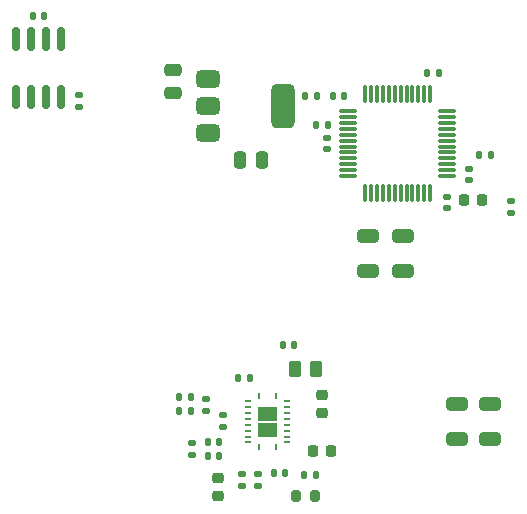
<source format=gbr>
%TF.GenerationSoftware,KiCad,Pcbnew,8.0.8*%
%TF.CreationDate,2025-03-05T15:18:31-05:00*%
%TF.ProjectId,V2.0,56322e30-2e6b-4696-9361-645f70636258,rev?*%
%TF.SameCoordinates,Original*%
%TF.FileFunction,Paste,Bot*%
%TF.FilePolarity,Positive*%
%FSLAX46Y46*%
G04 Gerber Fmt 4.6, Leading zero omitted, Abs format (unit mm)*
G04 Created by KiCad (PCBNEW 8.0.8) date 2025-03-05 15:18:31*
%MOMM*%
%LPD*%
G01*
G04 APERTURE LIST*
G04 Aperture macros list*
%AMRoundRect*
0 Rectangle with rounded corners*
0 $1 Rounding radius*
0 $2 $3 $4 $5 $6 $7 $8 $9 X,Y pos of 4 corners*
0 Add a 4 corners polygon primitive as box body*
4,1,4,$2,$3,$4,$5,$6,$7,$8,$9,$2,$3,0*
0 Add four circle primitives for the rounded corners*
1,1,$1+$1,$2,$3*
1,1,$1+$1,$4,$5*
1,1,$1+$1,$6,$7*
1,1,$1+$1,$8,$9*
0 Add four rect primitives between the rounded corners*
20,1,$1+$1,$2,$3,$4,$5,0*
20,1,$1+$1,$4,$5,$6,$7,0*
20,1,$1+$1,$6,$7,$8,$9,0*
20,1,$1+$1,$8,$9,$2,$3,0*%
G04 Aperture macros list end*
%ADD10C,0.000000*%
%ADD11RoundRect,0.135000X0.135000X0.185000X-0.135000X0.185000X-0.135000X-0.185000X0.135000X-0.185000X0*%
%ADD12RoundRect,0.135000X-0.185000X0.135000X-0.185000X-0.135000X0.185000X-0.135000X0.185000X0.135000X0*%
%ADD13RoundRect,0.135000X0.185000X-0.135000X0.185000X0.135000X-0.185000X0.135000X-0.185000X-0.135000X0*%
%ADD14RoundRect,0.225000X-0.225000X-0.250000X0.225000X-0.250000X0.225000X0.250000X-0.225000X0.250000X0*%
%ADD15RoundRect,0.140000X0.140000X0.170000X-0.140000X0.170000X-0.140000X-0.170000X0.140000X-0.170000X0*%
%ADD16RoundRect,0.140000X-0.170000X0.140000X-0.170000X-0.140000X0.170000X-0.140000X0.170000X0.140000X0*%
%ADD17RoundRect,0.225000X0.250000X-0.225000X0.250000X0.225000X-0.250000X0.225000X-0.250000X-0.225000X0*%
%ADD18RoundRect,0.135000X-0.135000X-0.185000X0.135000X-0.185000X0.135000X0.185000X-0.135000X0.185000X0*%
%ADD19RoundRect,0.150000X-0.150000X0.825000X-0.150000X-0.825000X0.150000X-0.825000X0.150000X0.825000X0*%
%ADD20RoundRect,0.250000X-0.650000X0.325000X-0.650000X-0.325000X0.650000X-0.325000X0.650000X0.325000X0*%
%ADD21RoundRect,0.140000X-0.140000X-0.170000X0.140000X-0.170000X0.140000X0.170000X-0.140000X0.170000X0*%
%ADD22RoundRect,0.375000X-0.625000X-0.375000X0.625000X-0.375000X0.625000X0.375000X-0.625000X0.375000X0*%
%ADD23RoundRect,0.500000X-0.500000X-1.400000X0.500000X-1.400000X0.500000X1.400000X-0.500000X1.400000X0*%
%ADD24R,0.249999X0.599999*%
%ADD25R,0.599999X0.249999*%
%ADD26RoundRect,0.075000X0.075000X-0.662500X0.075000X0.662500X-0.075000X0.662500X-0.075000X-0.662500X0*%
%ADD27RoundRect,0.075000X0.662500X-0.075000X0.662500X0.075000X-0.662500X0.075000X-0.662500X-0.075000X0*%
%ADD28RoundRect,0.200000X0.200000X0.275000X-0.200000X0.275000X-0.200000X-0.275000X0.200000X-0.275000X0*%
%ADD29RoundRect,0.250000X0.650000X-0.325000X0.650000X0.325000X-0.650000X0.325000X-0.650000X-0.325000X0*%
%ADD30RoundRect,0.250000X-0.475000X0.250000X-0.475000X-0.250000X0.475000X-0.250000X0.475000X0.250000X0*%
%ADD31RoundRect,0.250000X-0.262500X-0.450000X0.262500X-0.450000X0.262500X0.450000X-0.262500X0.450000X0*%
%ADD32RoundRect,0.250000X0.250000X0.475000X-0.250000X0.475000X-0.250000X-0.475000X0.250000X-0.475000X0*%
%ADD33RoundRect,0.225000X0.225000X0.250000X-0.225000X0.250000X-0.225000X-0.250000X0.225000X-0.250000X0*%
%ADD34RoundRect,0.140000X0.170000X-0.140000X0.170000X0.140000X-0.170000X0.140000X-0.170000X-0.140000X0*%
G04 APERTURE END LIST*
D10*
%TO.C,U5*%
G36*
X137159499Y-80238005D02*
G01*
X135610501Y-80238005D01*
X135610501Y-79050003D01*
X137159499Y-79050003D01*
X137159499Y-80238005D01*
G37*
G36*
X137159499Y-78850001D02*
G01*
X135610501Y-78850001D01*
X135610501Y-77662000D01*
X137159499Y-77662000D01*
X137159499Y-78850001D01*
G37*
%TD*%
D11*
%TO.C,R11*%
X140610000Y-51400000D03*
X139590000Y-51400000D03*
%TD*%
D12*
%TO.C,R10*%
X157000000Y-60290000D03*
X157000000Y-61310000D03*
%TD*%
D13*
%TO.C,RRT1*%
X134185000Y-84360001D03*
X134185000Y-83340001D03*
%TD*%
D14*
%TO.C,C1*%
X153025000Y-60200000D03*
X154575000Y-60200000D03*
%TD*%
D15*
%TO.C,Cilim1*%
X138665000Y-72450001D03*
X137705000Y-72450001D03*
%TD*%
%TO.C,Cvin1*%
X137865000Y-83250001D03*
X136905000Y-83250001D03*
%TD*%
%TO.C,C8*%
X141480000Y-53800000D03*
X140520000Y-53800000D03*
%TD*%
D12*
%TO.C,RUV2*%
X135585000Y-83340001D03*
X135585000Y-84360001D03*
%TD*%
D16*
%TO.C,C4*%
X151600000Y-59920000D03*
X151600000Y-60880000D03*
%TD*%
D15*
%TO.C,CC1*%
X132265000Y-81850001D03*
X131305000Y-81850001D03*
%TD*%
D17*
%TO.C,CSS1*%
X132185000Y-85225001D03*
X132185000Y-83675001D03*
%TD*%
D13*
%TO.C,RFB1*%
X131185000Y-78050001D03*
X131185000Y-77030001D03*
%TD*%
D18*
%TO.C,RC2*%
X128875000Y-76850001D03*
X129895000Y-76850001D03*
%TD*%
D11*
%TO.C,Rin1*%
X140495000Y-83450001D03*
X139475000Y-83450001D03*
%TD*%
D19*
%TO.C,U3*%
X115095000Y-46525000D03*
X116365000Y-46525000D03*
X117635000Y-46525000D03*
X118905000Y-46525000D03*
X118905000Y-51475000D03*
X117635000Y-51475000D03*
X116365000Y-51475000D03*
X115095000Y-51475000D03*
%TD*%
D16*
%TO.C,C5*%
X141400000Y-54920000D03*
X141400000Y-55880000D03*
%TD*%
D20*
%TO.C,COUT1*%
X144855000Y-63245000D03*
X144855000Y-66195000D03*
%TD*%
D21*
%TO.C,C6*%
X141920000Y-51400000D03*
X142880000Y-51400000D03*
%TD*%
D18*
%TO.C,R1*%
X154290000Y-56400000D03*
X155310000Y-56400000D03*
%TD*%
D22*
%TO.C,U4*%
X131350000Y-54500000D03*
X131350000Y-52200000D03*
D23*
X137650000Y-52200000D03*
D22*
X131350000Y-49900000D03*
%TD*%
D24*
%TO.C,U5*%
X137135001Y-81100002D03*
D25*
X138034999Y-80700003D03*
X138034999Y-80200001D03*
X138034999Y-79700002D03*
X138034999Y-79200003D03*
X138034999Y-78700001D03*
X138034999Y-78200003D03*
X138034999Y-77700001D03*
X138034999Y-77200002D03*
D24*
X137135001Y-76800000D03*
X135634999Y-76800000D03*
D25*
X134735001Y-77200002D03*
X134735001Y-77700001D03*
X134735001Y-78200000D03*
X134735001Y-78699999D03*
X134735001Y-79200001D03*
X134735001Y-79699999D03*
X134735001Y-80200001D03*
X134735001Y-80700000D03*
D24*
X135634999Y-81100002D03*
%TD*%
D26*
%TO.C,U1*%
X150150000Y-59562500D03*
X149650000Y-59562500D03*
X149150000Y-59562500D03*
X148650000Y-59562500D03*
X148150000Y-59562500D03*
X147650000Y-59562500D03*
X147150000Y-59562500D03*
X146650000Y-59562500D03*
X146150000Y-59562500D03*
X145650000Y-59562500D03*
X145150000Y-59562500D03*
X144650000Y-59562500D03*
D27*
X143237500Y-58150000D03*
X143237500Y-57650000D03*
X143237500Y-57150000D03*
X143237500Y-56650000D03*
X143237500Y-56150000D03*
X143237500Y-55650000D03*
X143237500Y-55150000D03*
X143237500Y-54650000D03*
X143237500Y-54150000D03*
X143237500Y-53650000D03*
X143237500Y-53150000D03*
X143237500Y-52650000D03*
D26*
X144650000Y-51237500D03*
X145150000Y-51237500D03*
X145650000Y-51237500D03*
X146150000Y-51237500D03*
X146650000Y-51237500D03*
X147150000Y-51237500D03*
X147650000Y-51237500D03*
X148150000Y-51237500D03*
X148650000Y-51237500D03*
X149150000Y-51237500D03*
X149650000Y-51237500D03*
X150150000Y-51237500D03*
D27*
X151562500Y-52650000D03*
X151562500Y-53150000D03*
X151562500Y-53650000D03*
X151562500Y-54150000D03*
X151562500Y-54650000D03*
X151562500Y-55150000D03*
X151562500Y-55650000D03*
X151562500Y-56150000D03*
X151562500Y-56650000D03*
X151562500Y-57150000D03*
X151562500Y-57650000D03*
X151562500Y-58150000D03*
%TD*%
D15*
%TO.C,CC3*%
X129865000Y-78050001D03*
X128905000Y-78050001D03*
%TD*%
D28*
%TO.C,RUV1*%
X140410000Y-85250001D03*
X138760000Y-85250001D03*
%TD*%
D29*
%TO.C,CIN4*%
X155200000Y-77420000D03*
X155200000Y-80370000D03*
%TD*%
D18*
%TO.C,RPGOOD1*%
X133875000Y-75250001D03*
X134895000Y-75250001D03*
%TD*%
D30*
%TO.C,C16*%
X128400000Y-49200000D03*
X128400000Y-51100000D03*
%TD*%
D31*
%TO.C,Rilim1*%
X138672500Y-74450001D03*
X140497500Y-74450001D03*
%TD*%
D13*
%TO.C,RC1*%
X129985000Y-81760001D03*
X129985000Y-80740001D03*
%TD*%
D12*
%TO.C,RFB2*%
X132585000Y-78340001D03*
X132585000Y-79360001D03*
%TD*%
D15*
%TO.C,C2*%
X150880000Y-49400000D03*
X149920000Y-49400000D03*
%TD*%
%TO.C,C14*%
X117480000Y-44600000D03*
X116520000Y-44600000D03*
%TD*%
D32*
%TO.C,C17*%
X135950000Y-56800000D03*
X134050000Y-56800000D03*
%TD*%
D29*
%TO.C,CIN3*%
X152455000Y-80370000D03*
X152455000Y-77420000D03*
%TD*%
D17*
%TO.C,CVcc1*%
X140985000Y-78225001D03*
X140985000Y-76675001D03*
%TD*%
D20*
%TO.C,COUT2*%
X147855000Y-63245000D03*
X147855000Y-66195000D03*
%TD*%
D33*
%TO.C,CBoot1*%
X141760000Y-81450001D03*
X140210000Y-81450001D03*
%TD*%
D15*
%TO.C,CC2*%
X132265000Y-80650001D03*
X131305000Y-80650001D03*
%TD*%
D16*
%TO.C,C15*%
X120400000Y-51320000D03*
X120400000Y-52280000D03*
%TD*%
D34*
%TO.C,C7*%
X153400000Y-58480000D03*
X153400000Y-57520000D03*
%TD*%
M02*

</source>
